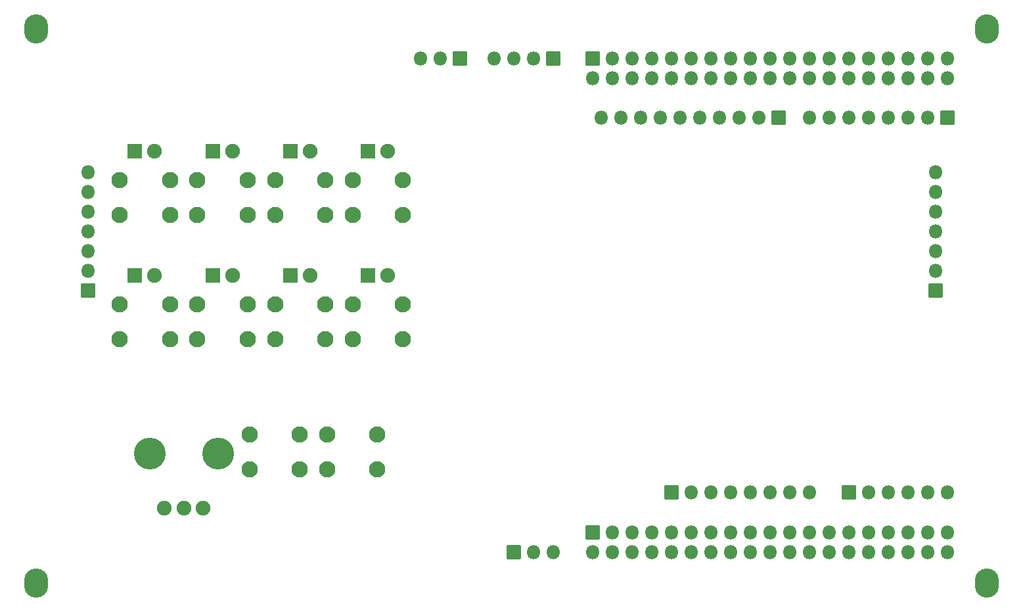
<source format=gbs>
G04 #@! TF.GenerationSoftware,KiCad,Pcbnew,7.0.5*
G04 #@! TF.CreationDate,2023-06-11T20:55:59-05:00*
G04 #@! TF.ProjectId,NTS-1_CustomPanel,4e54532d-315f-4437-9573-746f6d50616e,C*
G04 #@! TF.SameCoordinates,Original*
G04 #@! TF.FileFunction,Soldermask,Bot*
G04 #@! TF.FilePolarity,Negative*
%FSLAX46Y46*%
G04 Gerber Fmt 4.6, Leading zero omitted, Abs format (unit mm)*
G04 Created by KiCad (PCBNEW 7.0.5) date 2023-06-11 20:55:59*
%MOMM*%
%LPD*%
G01*
G04 APERTURE LIST*
G04 Aperture macros list*
%AMRoundRect*
0 Rectangle with rounded corners*
0 $1 Rounding radius*
0 $2 $3 $4 $5 $6 $7 $8 $9 X,Y pos of 4 corners*
0 Add a 4 corners polygon primitive as box body*
4,1,4,$2,$3,$4,$5,$6,$7,$8,$9,$2,$3,0*
0 Add four circle primitives for the rounded corners*
1,1,$1+$1,$2,$3*
1,1,$1+$1,$4,$5*
1,1,$1+$1,$6,$7*
1,1,$1+$1,$8,$9*
0 Add four rect primitives between the rounded corners*
20,1,$1+$1,$2,$3,$4,$5,0*
20,1,$1+$1,$4,$5,$6,$7,0*
20,1,$1+$1,$6,$7,$8,$9,0*
20,1,$1+$1,$8,$9,$2,$3,0*%
G04 Aperture macros list end*
%ADD10RoundRect,0.050000X-0.850000X0.850000X-0.850000X-0.850000X0.850000X-0.850000X0.850000X0.850000X0*%
%ADD11O,1.800000X1.800000*%
%ADD12RoundRect,0.050000X0.850000X-0.850000X0.850000X0.850000X-0.850000X0.850000X-0.850000X-0.850000X0*%
%ADD13C,2.100000*%
%ADD14C,4.100000*%
%ADD15C,1.900000*%
%ADD16RoundRect,0.050000X-0.900000X-0.900000X0.900000X-0.900000X0.900000X0.900000X-0.900000X0.900000X0*%
%ADD17O,3.100000X3.750000*%
%ADD18RoundRect,0.050000X-0.850000X-0.850000X0.850000X-0.850000X0.850000X0.850000X-0.850000X0.850000X0*%
G04 APERTURE END LIST*
D10*
X220460000Y-86700000D03*
D11*
X217920000Y-86700000D03*
X215380000Y-86700000D03*
X212840000Y-86700000D03*
X210300000Y-86700000D03*
X207760000Y-86700000D03*
X205220000Y-86700000D03*
X202680000Y-86700000D03*
D12*
X184910000Y-134950000D03*
D11*
X187450000Y-134950000D03*
X189990000Y-134950000D03*
X192530000Y-134950000D03*
X195070000Y-134950000D03*
X197610000Y-134950000D03*
X200150000Y-134950000D03*
X202690000Y-134950000D03*
D12*
X174740000Y-140080000D03*
D11*
X174740000Y-142620000D03*
X177280000Y-140080000D03*
X177280000Y-142620000D03*
X179820000Y-140080000D03*
X179820000Y-142620000D03*
X182360000Y-140080000D03*
X182360000Y-142620000D03*
X184900000Y-140080000D03*
X184900000Y-142620000D03*
X187440000Y-140080000D03*
X187440000Y-142620000D03*
X189980000Y-140080000D03*
X189980000Y-142620000D03*
X192520000Y-140080000D03*
X192520000Y-142620000D03*
X195060000Y-140080000D03*
X195060000Y-142620000D03*
X197600000Y-140080000D03*
X197600000Y-142620000D03*
X200140000Y-140080000D03*
X200140000Y-142620000D03*
X202680000Y-140080000D03*
X202680000Y-142620000D03*
X205220000Y-140080000D03*
X205220000Y-142620000D03*
X207760000Y-140080000D03*
X207760000Y-142620000D03*
X210300000Y-140080000D03*
X210300000Y-142620000D03*
X212840000Y-140080000D03*
X212840000Y-142620000D03*
X215380000Y-140080000D03*
X215380000Y-142620000D03*
X217920000Y-140080000D03*
X217920000Y-142620000D03*
X220460000Y-140080000D03*
X220460000Y-142620000D03*
D12*
X164580000Y-142620000D03*
D11*
X167120000Y-142620000D03*
X169660000Y-142620000D03*
D13*
X136999480Y-131999990D03*
X130499480Y-131999990D03*
X130499480Y-127499990D03*
X136999480Y-127499990D03*
D14*
X126450000Y-129950000D03*
X117650000Y-129950000D03*
D15*
X124550000Y-136950000D03*
X122050000Y-136950000D03*
X119550000Y-136950000D03*
D12*
X207750000Y-134950000D03*
D11*
X210290000Y-134950000D03*
X212830000Y-134950000D03*
X215370000Y-134950000D03*
X217910000Y-134950000D03*
X220450000Y-134950000D03*
D16*
X125750000Y-90999990D03*
D15*
X128290000Y-90999990D03*
D16*
X135750000Y-90999990D03*
D15*
X138290000Y-90999990D03*
D16*
X125750000Y-107000000D03*
D15*
X128290000Y-107000000D03*
D16*
X135750000Y-107000000D03*
D15*
X138290000Y-107000000D03*
D13*
X113800000Y-99200000D03*
X120300000Y-99200000D03*
X113800000Y-94700000D03*
X120300000Y-94700000D03*
X130300000Y-99200000D03*
X123800000Y-99200000D03*
X123800000Y-94700000D03*
X130300000Y-94700000D03*
X140300000Y-99200000D03*
X133800000Y-99200000D03*
X140300000Y-94700000D03*
X133800000Y-94700000D03*
X143800000Y-99200000D03*
X150300000Y-99200000D03*
X143800000Y-94700000D03*
X150300000Y-94700000D03*
X113800000Y-115200000D03*
X120300000Y-115200000D03*
X120300000Y-110700000D03*
X113800000Y-110700000D03*
X123800000Y-115200000D03*
X130300000Y-115200000D03*
X130300000Y-110700000D03*
X123800000Y-110700000D03*
X133800000Y-115200000D03*
X140300000Y-115200000D03*
X133800000Y-110700000D03*
X140300000Y-110700000D03*
X143800000Y-115200000D03*
X150300000Y-115200000D03*
X143800000Y-110700000D03*
X150300000Y-110700000D03*
D16*
X145750000Y-107000000D03*
D15*
X148290000Y-107000000D03*
D16*
X115750000Y-90999990D03*
D15*
X118290000Y-90999990D03*
D16*
X115750000Y-107000000D03*
D15*
X118290000Y-107000000D03*
D16*
X145750000Y-90999990D03*
D15*
X148290000Y-90999990D03*
D17*
X103050000Y-146596000D03*
X225550000Y-146596000D03*
D10*
X169640000Y-79080000D03*
D11*
X167100000Y-79080000D03*
X164560000Y-79080000D03*
X162020000Y-79080000D03*
D10*
X198650000Y-86700000D03*
D11*
X196110000Y-86700000D03*
X193570000Y-86700000D03*
X191030000Y-86700000D03*
X188490000Y-86700000D03*
X185950000Y-86700000D03*
X183410000Y-86700000D03*
X180870000Y-86700000D03*
X178330000Y-86700000D03*
X175790000Y-86700000D03*
D10*
X157590000Y-79080000D03*
D11*
X155050000Y-79080000D03*
X152510000Y-79080000D03*
D12*
X174720000Y-79080000D03*
D11*
X174720000Y-81620000D03*
X177260000Y-79080000D03*
X177260000Y-81620000D03*
X179800000Y-79080000D03*
X179800000Y-81620000D03*
X182340000Y-79080000D03*
X182340000Y-81620000D03*
X184880000Y-79080000D03*
X184880000Y-81620000D03*
X187420000Y-79080000D03*
X187420000Y-81620000D03*
X189960000Y-79080000D03*
X189960000Y-81620000D03*
X192500000Y-79080000D03*
X192500000Y-81620000D03*
X195040000Y-79080000D03*
X195040000Y-81620000D03*
X197580000Y-79080000D03*
X197580000Y-81620000D03*
X200120000Y-79080000D03*
X200120000Y-81620000D03*
X202660000Y-79080000D03*
X202660000Y-81620000D03*
X205200000Y-79080000D03*
X205200000Y-81620000D03*
X207740000Y-79080000D03*
X207740000Y-81620000D03*
X210280000Y-79080000D03*
X210280000Y-81620000D03*
X212820000Y-79080000D03*
X212820000Y-81620000D03*
X215360000Y-79080000D03*
X215360000Y-81620000D03*
X217900000Y-79080000D03*
X217900000Y-81620000D03*
X220440000Y-79080000D03*
X220440000Y-81620000D03*
D13*
X146999480Y-131999990D03*
X140499480Y-131999990D03*
X140499480Y-127499990D03*
X146999480Y-127499990D03*
D17*
X225550000Y-75246000D03*
X103050000Y-75246000D03*
D18*
X218910000Y-108950000D03*
D11*
X218910000Y-106410000D03*
X218910000Y-103870000D03*
X218910000Y-101330000D03*
X218910000Y-98790000D03*
X218910000Y-96250000D03*
X218910000Y-93710000D03*
D18*
X109690000Y-108950000D03*
D11*
X109690000Y-106410000D03*
X109690000Y-103870000D03*
X109690000Y-101330000D03*
X109690000Y-98790000D03*
X109690000Y-96250000D03*
X109690000Y-93710000D03*
M02*

</source>
